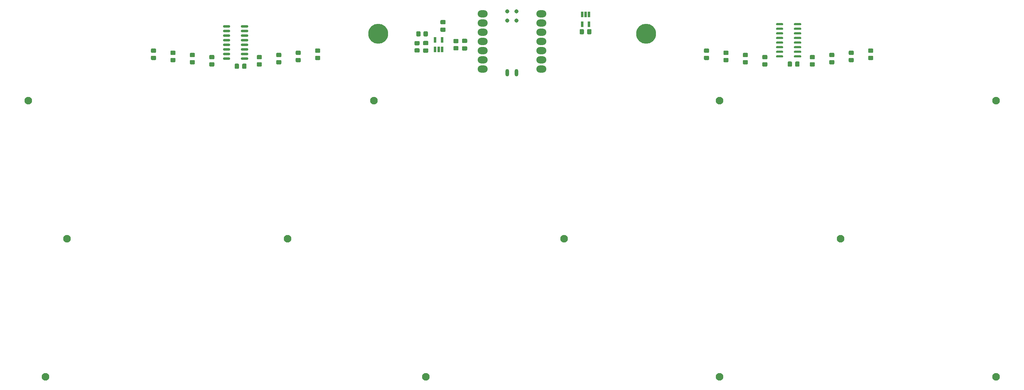
<source format=gbs>
G04 #@! TF.GenerationSoftware,KiCad,Pcbnew,(5.1.8-0-10_14)*
G04 #@! TF.CreationDate,2021-11-24T06:39:14+09:00*
G04 #@! TF.ProjectId,tc69,74633639-2e6b-4696-9361-645f70636258,rev?*
G04 #@! TF.SameCoordinates,Original*
G04 #@! TF.FileFunction,Soldermask,Bot*
G04 #@! TF.FilePolarity,Negative*
%FSLAX46Y46*%
G04 Gerber Fmt 4.6, Leading zero omitted, Abs format (unit mm)*
G04 Created by KiCad (PCBNEW (5.1.8-0-10_14)) date 2021-11-24 06:39:14*
%MOMM*%
%LPD*%
G01*
G04 APERTURE LIST*
%ADD10C,5.500000*%
%ADD11R,0.650000X1.560000*%
%ADD12C,1.143000*%
%ADD13O,1.016000X2.032000*%
%ADD14O,2.748280X1.998980*%
%ADD15C,2.100000*%
G04 APERTURE END LIST*
G36*
G01*
X225073627Y-37384406D02*
X225073627Y-36434406D01*
G75*
G02*
X225323627Y-36184406I250000J0D01*
G01*
X225998627Y-36184406D01*
G75*
G02*
X226248627Y-36434406I0J-250000D01*
G01*
X226248627Y-37384406D01*
G75*
G02*
X225998627Y-37634406I-250000J0D01*
G01*
X225323627Y-37634406D01*
G75*
G02*
X225073627Y-37384406I0J250000D01*
G01*
G37*
G36*
G01*
X222998627Y-37384406D02*
X222998627Y-36434406D01*
G75*
G02*
X223248627Y-36184406I250000J0D01*
G01*
X223923627Y-36184406D01*
G75*
G02*
X224173627Y-36434406I0J-250000D01*
G01*
X224173627Y-37384406D01*
G75*
G02*
X223923627Y-37634406I-250000J0D01*
G01*
X223248627Y-37634406D01*
G75*
G02*
X222998627Y-37384406I0J250000D01*
G01*
G37*
G36*
G01*
X72673499Y-37979719D02*
X72673499Y-37029719D01*
G75*
G02*
X72923499Y-36779719I250000J0D01*
G01*
X73598499Y-36779719D01*
G75*
G02*
X73848499Y-37029719I0J-250000D01*
G01*
X73848499Y-37979719D01*
G75*
G02*
X73598499Y-38229719I-250000J0D01*
G01*
X72923499Y-38229719D01*
G75*
G02*
X72673499Y-37979719I0J250000D01*
G01*
G37*
G36*
G01*
X70598499Y-37979719D02*
X70598499Y-37029719D01*
G75*
G02*
X70848499Y-36779719I250000J0D01*
G01*
X71523499Y-36779719D01*
G75*
G02*
X71773499Y-37029719I0J-250000D01*
G01*
X71773499Y-37979719D01*
G75*
G02*
X71523499Y-38229719I-250000J0D01*
G01*
X70848499Y-38229719D01*
G75*
G02*
X70598499Y-37979719I0J250000D01*
G01*
G37*
G36*
G01*
X127517295Y-26834398D02*
X128467295Y-26834398D01*
G75*
G02*
X128717295Y-27084398I0J-250000D01*
G01*
X128717295Y-27759398D01*
G75*
G02*
X128467295Y-28009398I-250000J0D01*
G01*
X127517295Y-28009398D01*
G75*
G02*
X127267295Y-27759398I0J250000D01*
G01*
X127267295Y-27084398D01*
G75*
G02*
X127517295Y-26834398I250000J0D01*
G01*
G37*
G36*
G01*
X127517295Y-24759398D02*
X128467295Y-24759398D01*
G75*
G02*
X128717295Y-25009398I0J-250000D01*
G01*
X128717295Y-25684398D01*
G75*
G02*
X128467295Y-25934398I-250000J0D01*
G01*
X127517295Y-25934398D01*
G75*
G02*
X127267295Y-25684398I0J250000D01*
G01*
X127267295Y-25009398D01*
G75*
G02*
X127517295Y-24759398I250000J0D01*
G01*
G37*
D10*
X110132905Y-28575024D03*
X183951717Y-28575024D03*
D11*
X127751669Y-32901589D03*
X126801669Y-32901589D03*
X125851669Y-32901589D03*
X125851669Y-30201589D03*
X127751669Y-30201589D03*
G36*
G01*
X121829791Y-28125023D02*
X121829791Y-29025025D01*
G75*
G02*
X121579792Y-29275024I-249999J0D01*
G01*
X120879790Y-29275024D01*
G75*
G02*
X120629791Y-29025025I0J249999D01*
G01*
X120629791Y-28125023D01*
G75*
G02*
X120879790Y-27875024I249999J0D01*
G01*
X121579792Y-27875024D01*
G75*
G02*
X121829791Y-28125023I0J-249999D01*
G01*
G37*
G36*
G01*
X123829791Y-28125023D02*
X123829791Y-29025025D01*
G75*
G02*
X123579792Y-29275024I-249999J0D01*
G01*
X122879790Y-29275024D01*
G75*
G02*
X122629791Y-29025025I0J249999D01*
G01*
X122629791Y-28125023D01*
G75*
G02*
X122879790Y-27875024I249999J0D01*
G01*
X123579792Y-27875024D01*
G75*
G02*
X123829791Y-28125023I0J-249999D01*
G01*
G37*
G36*
G01*
X121298540Y-33746902D02*
X120398538Y-33746902D01*
G75*
G02*
X120148539Y-33496903I0J249999D01*
G01*
X120148539Y-32796901D01*
G75*
G02*
X120398538Y-32546902I249999J0D01*
G01*
X121298540Y-32546902D01*
G75*
G02*
X121548539Y-32796901I0J-249999D01*
G01*
X121548539Y-33496903D01*
G75*
G02*
X121298540Y-33746902I-249999J0D01*
G01*
G37*
G36*
G01*
X121298540Y-31746902D02*
X120398538Y-31746902D01*
G75*
G02*
X120148539Y-31496903I0J249999D01*
G01*
X120148539Y-30796901D01*
G75*
G02*
X120398538Y-30546902I249999J0D01*
G01*
X121298540Y-30546902D01*
G75*
G02*
X121548539Y-30796901I0J-249999D01*
G01*
X121548539Y-31496903D01*
G75*
G02*
X121298540Y-31746902I-249999J0D01*
G01*
G37*
G36*
G01*
X132014174Y-33151589D02*
X131114172Y-33151589D01*
G75*
G02*
X130864173Y-32901590I0J249999D01*
G01*
X130864173Y-32201588D01*
G75*
G02*
X131114172Y-31951589I249999J0D01*
G01*
X132014174Y-31951589D01*
G75*
G02*
X132264173Y-32201588I0J-249999D01*
G01*
X132264173Y-32901590D01*
G75*
G02*
X132014174Y-33151589I-249999J0D01*
G01*
G37*
G36*
G01*
X132014174Y-31151589D02*
X131114172Y-31151589D01*
G75*
G02*
X130864173Y-30901590I0J249999D01*
G01*
X130864173Y-30201588D01*
G75*
G02*
X131114172Y-29951589I249999J0D01*
G01*
X132014174Y-29951589D01*
G75*
G02*
X132264173Y-30201588I0J-249999D01*
G01*
X132264173Y-30901590D01*
G75*
G02*
X132014174Y-31151589I-249999J0D01*
G01*
G37*
G36*
G01*
X123704791Y-33771902D02*
X122754791Y-33771902D01*
G75*
G02*
X122504791Y-33521902I0J250000D01*
G01*
X122504791Y-32846902D01*
G75*
G02*
X122754791Y-32596902I250000J0D01*
G01*
X123704791Y-32596902D01*
G75*
G02*
X123954791Y-32846902I0J-250000D01*
G01*
X123954791Y-33521902D01*
G75*
G02*
X123704791Y-33771902I-250000J0D01*
G01*
G37*
G36*
G01*
X123704791Y-31696902D02*
X122754791Y-31696902D01*
G75*
G02*
X122504791Y-31446902I0J250000D01*
G01*
X122504791Y-30771902D01*
G75*
G02*
X122754791Y-30521902I250000J0D01*
G01*
X123704791Y-30521902D01*
G75*
G02*
X123954791Y-30771902I0J-250000D01*
G01*
X123954791Y-31446902D01*
G75*
G02*
X123704791Y-31696902I-250000J0D01*
G01*
G37*
G36*
G01*
X133470425Y-29926589D02*
X134420425Y-29926589D01*
G75*
G02*
X134670425Y-30176589I0J-250000D01*
G01*
X134670425Y-30851589D01*
G75*
G02*
X134420425Y-31101589I-250000J0D01*
G01*
X133470425Y-31101589D01*
G75*
G02*
X133220425Y-30851589I0J250000D01*
G01*
X133220425Y-30176589D01*
G75*
G02*
X133470425Y-29926589I250000J0D01*
G01*
G37*
G36*
G01*
X133470425Y-32001589D02*
X134420425Y-32001589D01*
G75*
G02*
X134670425Y-32251589I0J-250000D01*
G01*
X134670425Y-32926589D01*
G75*
G02*
X134420425Y-33176589I-250000J0D01*
G01*
X133470425Y-33176589D01*
G75*
G02*
X133220425Y-32926589I0J250000D01*
G01*
X133220425Y-32251589D01*
G75*
G02*
X133470425Y-32001589I250000J0D01*
G01*
G37*
D12*
X145733203Y-24872413D03*
X148273203Y-24872413D03*
X145733203Y-22332413D03*
X148273203Y-22332413D03*
D13*
X145722006Y-39336600D03*
X148272006Y-39336600D03*
D14*
X155138886Y-23018780D03*
X155138886Y-25558780D03*
X155138886Y-28098780D03*
X155138886Y-30638780D03*
X155138886Y-33178780D03*
X155138886Y-35718780D03*
X155138886Y-38258780D03*
X138974326Y-38258780D03*
X138974326Y-35718780D03*
X138974326Y-33178780D03*
X138974326Y-30638780D03*
X138974326Y-28098780D03*
X138974326Y-25558780D03*
X138974326Y-23018780D03*
G36*
G01*
X67392247Y-35551276D02*
X67392247Y-35251276D01*
G75*
G02*
X67542247Y-35101276I150000J0D01*
G01*
X69192247Y-35101276D01*
G75*
G02*
X69342247Y-35251276I0J-150000D01*
G01*
X69342247Y-35551276D01*
G75*
G02*
X69192247Y-35701276I-150000J0D01*
G01*
X67542247Y-35701276D01*
G75*
G02*
X67392247Y-35551276I0J150000D01*
G01*
G37*
G36*
G01*
X67392247Y-34281276D02*
X67392247Y-33981276D01*
G75*
G02*
X67542247Y-33831276I150000J0D01*
G01*
X69192247Y-33831276D01*
G75*
G02*
X69342247Y-33981276I0J-150000D01*
G01*
X69342247Y-34281276D01*
G75*
G02*
X69192247Y-34431276I-150000J0D01*
G01*
X67542247Y-34431276D01*
G75*
G02*
X67392247Y-34281276I0J150000D01*
G01*
G37*
G36*
G01*
X67392247Y-33011276D02*
X67392247Y-32711276D01*
G75*
G02*
X67542247Y-32561276I150000J0D01*
G01*
X69192247Y-32561276D01*
G75*
G02*
X69342247Y-32711276I0J-150000D01*
G01*
X69342247Y-33011276D01*
G75*
G02*
X69192247Y-33161276I-150000J0D01*
G01*
X67542247Y-33161276D01*
G75*
G02*
X67392247Y-33011276I0J150000D01*
G01*
G37*
G36*
G01*
X67392247Y-31741276D02*
X67392247Y-31441276D01*
G75*
G02*
X67542247Y-31291276I150000J0D01*
G01*
X69192247Y-31291276D01*
G75*
G02*
X69342247Y-31441276I0J-150000D01*
G01*
X69342247Y-31741276D01*
G75*
G02*
X69192247Y-31891276I-150000J0D01*
G01*
X67542247Y-31891276D01*
G75*
G02*
X67392247Y-31741276I0J150000D01*
G01*
G37*
G36*
G01*
X67392247Y-30471276D02*
X67392247Y-30171276D01*
G75*
G02*
X67542247Y-30021276I150000J0D01*
G01*
X69192247Y-30021276D01*
G75*
G02*
X69342247Y-30171276I0J-150000D01*
G01*
X69342247Y-30471276D01*
G75*
G02*
X69192247Y-30621276I-150000J0D01*
G01*
X67542247Y-30621276D01*
G75*
G02*
X67392247Y-30471276I0J150000D01*
G01*
G37*
G36*
G01*
X67392247Y-29201276D02*
X67392247Y-28901276D01*
G75*
G02*
X67542247Y-28751276I150000J0D01*
G01*
X69192247Y-28751276D01*
G75*
G02*
X69342247Y-28901276I0J-150000D01*
G01*
X69342247Y-29201276D01*
G75*
G02*
X69192247Y-29351276I-150000J0D01*
G01*
X67542247Y-29351276D01*
G75*
G02*
X67392247Y-29201276I0J150000D01*
G01*
G37*
G36*
G01*
X67392247Y-27931276D02*
X67392247Y-27631276D01*
G75*
G02*
X67542247Y-27481276I150000J0D01*
G01*
X69192247Y-27481276D01*
G75*
G02*
X69342247Y-27631276I0J-150000D01*
G01*
X69342247Y-27931276D01*
G75*
G02*
X69192247Y-28081276I-150000J0D01*
G01*
X67542247Y-28081276D01*
G75*
G02*
X67392247Y-27931276I0J150000D01*
G01*
G37*
G36*
G01*
X67392247Y-26661276D02*
X67392247Y-26361276D01*
G75*
G02*
X67542247Y-26211276I150000J0D01*
G01*
X69192247Y-26211276D01*
G75*
G02*
X69342247Y-26361276I0J-150000D01*
G01*
X69342247Y-26661276D01*
G75*
G02*
X69192247Y-26811276I-150000J0D01*
G01*
X67542247Y-26811276D01*
G75*
G02*
X67392247Y-26661276I0J150000D01*
G01*
G37*
G36*
G01*
X72342247Y-26661276D02*
X72342247Y-26361276D01*
G75*
G02*
X72492247Y-26211276I150000J0D01*
G01*
X74142247Y-26211276D01*
G75*
G02*
X74292247Y-26361276I0J-150000D01*
G01*
X74292247Y-26661276D01*
G75*
G02*
X74142247Y-26811276I-150000J0D01*
G01*
X72492247Y-26811276D01*
G75*
G02*
X72342247Y-26661276I0J150000D01*
G01*
G37*
G36*
G01*
X72342247Y-27931276D02*
X72342247Y-27631276D01*
G75*
G02*
X72492247Y-27481276I150000J0D01*
G01*
X74142247Y-27481276D01*
G75*
G02*
X74292247Y-27631276I0J-150000D01*
G01*
X74292247Y-27931276D01*
G75*
G02*
X74142247Y-28081276I-150000J0D01*
G01*
X72492247Y-28081276D01*
G75*
G02*
X72342247Y-27931276I0J150000D01*
G01*
G37*
G36*
G01*
X72342247Y-29201276D02*
X72342247Y-28901276D01*
G75*
G02*
X72492247Y-28751276I150000J0D01*
G01*
X74142247Y-28751276D01*
G75*
G02*
X74292247Y-28901276I0J-150000D01*
G01*
X74292247Y-29201276D01*
G75*
G02*
X74142247Y-29351276I-150000J0D01*
G01*
X72492247Y-29351276D01*
G75*
G02*
X72342247Y-29201276I0J150000D01*
G01*
G37*
G36*
G01*
X72342247Y-30471276D02*
X72342247Y-30171276D01*
G75*
G02*
X72492247Y-30021276I150000J0D01*
G01*
X74142247Y-30021276D01*
G75*
G02*
X74292247Y-30171276I0J-150000D01*
G01*
X74292247Y-30471276D01*
G75*
G02*
X74142247Y-30621276I-150000J0D01*
G01*
X72492247Y-30621276D01*
G75*
G02*
X72342247Y-30471276I0J150000D01*
G01*
G37*
G36*
G01*
X72342247Y-31741276D02*
X72342247Y-31441276D01*
G75*
G02*
X72492247Y-31291276I150000J0D01*
G01*
X74142247Y-31291276D01*
G75*
G02*
X74292247Y-31441276I0J-150000D01*
G01*
X74292247Y-31741276D01*
G75*
G02*
X74142247Y-31891276I-150000J0D01*
G01*
X72492247Y-31891276D01*
G75*
G02*
X72342247Y-31741276I0J150000D01*
G01*
G37*
G36*
G01*
X72342247Y-33011276D02*
X72342247Y-32711276D01*
G75*
G02*
X72492247Y-32561276I150000J0D01*
G01*
X74142247Y-32561276D01*
G75*
G02*
X74292247Y-32711276I0J-150000D01*
G01*
X74292247Y-33011276D01*
G75*
G02*
X74142247Y-33161276I-150000J0D01*
G01*
X72492247Y-33161276D01*
G75*
G02*
X72342247Y-33011276I0J150000D01*
G01*
G37*
G36*
G01*
X72342247Y-34281276D02*
X72342247Y-33981276D01*
G75*
G02*
X72492247Y-33831276I150000J0D01*
G01*
X74142247Y-33831276D01*
G75*
G02*
X74292247Y-33981276I0J-150000D01*
G01*
X74292247Y-34281276D01*
G75*
G02*
X74142247Y-34431276I-150000J0D01*
G01*
X72492247Y-34431276D01*
G75*
G02*
X72342247Y-34281276I0J150000D01*
G01*
G37*
G36*
G01*
X72342247Y-35551276D02*
X72342247Y-35251276D01*
G75*
G02*
X72492247Y-35101276I150000J0D01*
G01*
X74142247Y-35101276D01*
G75*
G02*
X74292247Y-35251276I0J-150000D01*
G01*
X74292247Y-35551276D01*
G75*
G02*
X74142247Y-35701276I-150000J0D01*
G01*
X72492247Y-35701276D01*
G75*
G02*
X72342247Y-35551276I0J150000D01*
G01*
G37*
D15*
X18454703Y-123229791D03*
X123229791Y-123229791D03*
X204192359Y-123229791D03*
X280392423Y-123229791D03*
X237529887Y-85129759D03*
X161329823Y-85129759D03*
X85129759Y-85129759D03*
X24407833Y-85129759D03*
X280392423Y-47029727D03*
X204192359Y-47029727D03*
X108942279Y-47029727D03*
X13692199Y-47029727D03*
G36*
G01*
X245414268Y-34610967D02*
X246314270Y-34610967D01*
G75*
G02*
X246564269Y-34860966I0J-249999D01*
G01*
X246564269Y-35560968D01*
G75*
G02*
X246314270Y-35810967I-249999J0D01*
G01*
X245414268Y-35810967D01*
G75*
G02*
X245164269Y-35560968I0J249999D01*
G01*
X245164269Y-34860966D01*
G75*
G02*
X245414268Y-34610967I249999J0D01*
G01*
G37*
G36*
G01*
X245414268Y-32610967D02*
X246314270Y-32610967D01*
G75*
G02*
X246564269Y-32860966I0J-249999D01*
G01*
X246564269Y-33560968D01*
G75*
G02*
X246314270Y-33810967I-249999J0D01*
G01*
X245414268Y-33810967D01*
G75*
G02*
X245164269Y-33560968I0J249999D01*
G01*
X245164269Y-32860966D01*
G75*
G02*
X245414268Y-32610967I249999J0D01*
G01*
G37*
G36*
G01*
X240056451Y-35206280D02*
X240956453Y-35206280D01*
G75*
G02*
X241206452Y-35456279I0J-249999D01*
G01*
X241206452Y-36156281D01*
G75*
G02*
X240956453Y-36406280I-249999J0D01*
G01*
X240056451Y-36406280D01*
G75*
G02*
X239806452Y-36156281I0J249999D01*
G01*
X239806452Y-35456279D01*
G75*
G02*
X240056451Y-35206280I249999J0D01*
G01*
G37*
G36*
G01*
X240056451Y-33206280D02*
X240956453Y-33206280D01*
G75*
G02*
X241206452Y-33456279I0J-249999D01*
G01*
X241206452Y-34156281D01*
G75*
G02*
X240956453Y-34406280I-249999J0D01*
G01*
X240056451Y-34406280D01*
G75*
G02*
X239806452Y-34156281I0J249999D01*
G01*
X239806452Y-33456279D01*
G75*
G02*
X240056451Y-33206280I249999J0D01*
G01*
G37*
G36*
G01*
X234698634Y-35801593D02*
X235598636Y-35801593D01*
G75*
G02*
X235848635Y-36051592I0J-249999D01*
G01*
X235848635Y-36751594D01*
G75*
G02*
X235598636Y-37001593I-249999J0D01*
G01*
X234698634Y-37001593D01*
G75*
G02*
X234448635Y-36751594I0J249999D01*
G01*
X234448635Y-36051592D01*
G75*
G02*
X234698634Y-35801593I249999J0D01*
G01*
G37*
G36*
G01*
X234698634Y-33801593D02*
X235598636Y-33801593D01*
G75*
G02*
X235848635Y-34051592I0J-249999D01*
G01*
X235848635Y-34751594D01*
G75*
G02*
X235598636Y-35001593I-249999J0D01*
G01*
X234698634Y-35001593D01*
G75*
G02*
X234448635Y-34751594I0J249999D01*
G01*
X234448635Y-34051592D01*
G75*
G02*
X234698634Y-33801593I249999J0D01*
G01*
G37*
G36*
G01*
X229340817Y-36396906D02*
X230240819Y-36396906D01*
G75*
G02*
X230490818Y-36646905I0J-249999D01*
G01*
X230490818Y-37346907D01*
G75*
G02*
X230240819Y-37596906I-249999J0D01*
G01*
X229340817Y-37596906D01*
G75*
G02*
X229090818Y-37346907I0J249999D01*
G01*
X229090818Y-36646905D01*
G75*
G02*
X229340817Y-36396906I249999J0D01*
G01*
G37*
G36*
G01*
X229340817Y-34396906D02*
X230240819Y-34396906D01*
G75*
G02*
X230490818Y-34646905I0J-249999D01*
G01*
X230490818Y-35346907D01*
G75*
G02*
X230240819Y-35596906I-249999J0D01*
G01*
X229340817Y-35596906D01*
G75*
G02*
X229090818Y-35346907I0J249999D01*
G01*
X229090818Y-34646905D01*
G75*
G02*
X229340817Y-34396906I249999J0D01*
G01*
G37*
G36*
G01*
X216243931Y-36396906D02*
X217143933Y-36396906D01*
G75*
G02*
X217393932Y-36646905I0J-249999D01*
G01*
X217393932Y-37346907D01*
G75*
G02*
X217143933Y-37596906I-249999J0D01*
G01*
X216243931Y-37596906D01*
G75*
G02*
X215993932Y-37346907I0J249999D01*
G01*
X215993932Y-36646905D01*
G75*
G02*
X216243931Y-36396906I249999J0D01*
G01*
G37*
G36*
G01*
X216243931Y-34396906D02*
X217143933Y-34396906D01*
G75*
G02*
X217393932Y-34646905I0J-249999D01*
G01*
X217393932Y-35346907D01*
G75*
G02*
X217143933Y-35596906I-249999J0D01*
G01*
X216243931Y-35596906D01*
G75*
G02*
X215993932Y-35346907I0J249999D01*
G01*
X215993932Y-34646905D01*
G75*
G02*
X216243931Y-34396906I249999J0D01*
G01*
G37*
G36*
G01*
X210886114Y-35801593D02*
X211786116Y-35801593D01*
G75*
G02*
X212036115Y-36051592I0J-249999D01*
G01*
X212036115Y-36751594D01*
G75*
G02*
X211786116Y-37001593I-249999J0D01*
G01*
X210886114Y-37001593D01*
G75*
G02*
X210636115Y-36751594I0J249999D01*
G01*
X210636115Y-36051592D01*
G75*
G02*
X210886114Y-35801593I249999J0D01*
G01*
G37*
G36*
G01*
X210886114Y-33801593D02*
X211786116Y-33801593D01*
G75*
G02*
X212036115Y-34051592I0J-249999D01*
G01*
X212036115Y-34751594D01*
G75*
G02*
X211786116Y-35001593I-249999J0D01*
G01*
X210886114Y-35001593D01*
G75*
G02*
X210636115Y-34751594I0J249999D01*
G01*
X210636115Y-34051592D01*
G75*
G02*
X210886114Y-33801593I249999J0D01*
G01*
G37*
G36*
G01*
X205528297Y-35206280D02*
X206428299Y-35206280D01*
G75*
G02*
X206678298Y-35456279I0J-249999D01*
G01*
X206678298Y-36156281D01*
G75*
G02*
X206428299Y-36406280I-249999J0D01*
G01*
X205528297Y-36406280D01*
G75*
G02*
X205278298Y-36156281I0J249999D01*
G01*
X205278298Y-35456279D01*
G75*
G02*
X205528297Y-35206280I249999J0D01*
G01*
G37*
G36*
G01*
X205528297Y-33206280D02*
X206428299Y-33206280D01*
G75*
G02*
X206678298Y-33456279I0J-249999D01*
G01*
X206678298Y-34156281D01*
G75*
G02*
X206428299Y-34406280I-249999J0D01*
G01*
X205528297Y-34406280D01*
G75*
G02*
X205278298Y-34156281I0J249999D01*
G01*
X205278298Y-33456279D01*
G75*
G02*
X205528297Y-33206280I249999J0D01*
G01*
G37*
G36*
G01*
X200170480Y-34610967D02*
X201070482Y-34610967D01*
G75*
G02*
X201320481Y-34860966I0J-249999D01*
G01*
X201320481Y-35560968D01*
G75*
G02*
X201070482Y-35810967I-249999J0D01*
G01*
X200170480Y-35810967D01*
G75*
G02*
X199920481Y-35560968I0J249999D01*
G01*
X199920481Y-34860966D01*
G75*
G02*
X200170480Y-34610967I249999J0D01*
G01*
G37*
G36*
G01*
X200170480Y-32610967D02*
X201070482Y-32610967D01*
G75*
G02*
X201320481Y-32860966I0J-249999D01*
G01*
X201320481Y-33560968D01*
G75*
G02*
X201070482Y-33810967I-249999J0D01*
G01*
X200170480Y-33810967D01*
G75*
G02*
X199920481Y-33560968I0J249999D01*
G01*
X199920481Y-32860966D01*
G75*
G02*
X200170480Y-32610967I249999J0D01*
G01*
G37*
G36*
G01*
X93014140Y-34610967D02*
X93914142Y-34610967D01*
G75*
G02*
X94164141Y-34860966I0J-249999D01*
G01*
X94164141Y-35560968D01*
G75*
G02*
X93914142Y-35810967I-249999J0D01*
G01*
X93014140Y-35810967D01*
G75*
G02*
X92764141Y-35560968I0J249999D01*
G01*
X92764141Y-34860966D01*
G75*
G02*
X93014140Y-34610967I249999J0D01*
G01*
G37*
G36*
G01*
X93014140Y-32610967D02*
X93914142Y-32610967D01*
G75*
G02*
X94164141Y-32860966I0J-249999D01*
G01*
X94164141Y-33560968D01*
G75*
G02*
X93914142Y-33810967I-249999J0D01*
G01*
X93014140Y-33810967D01*
G75*
G02*
X92764141Y-33560968I0J249999D01*
G01*
X92764141Y-32860966D01*
G75*
G02*
X93014140Y-32610967I249999J0D01*
G01*
G37*
G36*
G01*
X87656323Y-35206280D02*
X88556325Y-35206280D01*
G75*
G02*
X88806324Y-35456279I0J-249999D01*
G01*
X88806324Y-36156281D01*
G75*
G02*
X88556325Y-36406280I-249999J0D01*
G01*
X87656323Y-36406280D01*
G75*
G02*
X87406324Y-36156281I0J249999D01*
G01*
X87406324Y-35456279D01*
G75*
G02*
X87656323Y-35206280I249999J0D01*
G01*
G37*
G36*
G01*
X87656323Y-33206280D02*
X88556325Y-33206280D01*
G75*
G02*
X88806324Y-33456279I0J-249999D01*
G01*
X88806324Y-34156281D01*
G75*
G02*
X88556325Y-34406280I-249999J0D01*
G01*
X87656323Y-34406280D01*
G75*
G02*
X87406324Y-34156281I0J249999D01*
G01*
X87406324Y-33456279D01*
G75*
G02*
X87656323Y-33206280I249999J0D01*
G01*
G37*
G36*
G01*
X82298506Y-35801593D02*
X83198508Y-35801593D01*
G75*
G02*
X83448507Y-36051592I0J-249999D01*
G01*
X83448507Y-36751594D01*
G75*
G02*
X83198508Y-37001593I-249999J0D01*
G01*
X82298506Y-37001593D01*
G75*
G02*
X82048507Y-36751594I0J249999D01*
G01*
X82048507Y-36051592D01*
G75*
G02*
X82298506Y-35801593I249999J0D01*
G01*
G37*
G36*
G01*
X82298506Y-33801593D02*
X83198508Y-33801593D01*
G75*
G02*
X83448507Y-34051592I0J-249999D01*
G01*
X83448507Y-34751594D01*
G75*
G02*
X83198508Y-35001593I-249999J0D01*
G01*
X82298506Y-35001593D01*
G75*
G02*
X82048507Y-34751594I0J249999D01*
G01*
X82048507Y-34051592D01*
G75*
G02*
X82298506Y-33801593I249999J0D01*
G01*
G37*
G36*
G01*
X76940689Y-36396906D02*
X77840691Y-36396906D01*
G75*
G02*
X78090690Y-36646905I0J-249999D01*
G01*
X78090690Y-37346907D01*
G75*
G02*
X77840691Y-37596906I-249999J0D01*
G01*
X76940689Y-37596906D01*
G75*
G02*
X76690690Y-37346907I0J249999D01*
G01*
X76690690Y-36646905D01*
G75*
G02*
X76940689Y-36396906I249999J0D01*
G01*
G37*
G36*
G01*
X76940689Y-34396906D02*
X77840691Y-34396906D01*
G75*
G02*
X78090690Y-34646905I0J-249999D01*
G01*
X78090690Y-35346907D01*
G75*
G02*
X77840691Y-35596906I-249999J0D01*
G01*
X76940689Y-35596906D01*
G75*
G02*
X76690690Y-35346907I0J249999D01*
G01*
X76690690Y-34646905D01*
G75*
G02*
X76940689Y-34396906I249999J0D01*
G01*
G37*
G36*
G01*
X63843803Y-36396906D02*
X64743805Y-36396906D01*
G75*
G02*
X64993804Y-36646905I0J-249999D01*
G01*
X64993804Y-37346907D01*
G75*
G02*
X64743805Y-37596906I-249999J0D01*
G01*
X63843803Y-37596906D01*
G75*
G02*
X63593804Y-37346907I0J249999D01*
G01*
X63593804Y-36646905D01*
G75*
G02*
X63843803Y-36396906I249999J0D01*
G01*
G37*
G36*
G01*
X63843803Y-34396906D02*
X64743805Y-34396906D01*
G75*
G02*
X64993804Y-34646905I0J-249999D01*
G01*
X64993804Y-35346907D01*
G75*
G02*
X64743805Y-35596906I-249999J0D01*
G01*
X63843803Y-35596906D01*
G75*
G02*
X63593804Y-35346907I0J249999D01*
G01*
X63593804Y-34646905D01*
G75*
G02*
X63843803Y-34396906I249999J0D01*
G01*
G37*
G36*
G01*
X58485986Y-35801593D02*
X59385988Y-35801593D01*
G75*
G02*
X59635987Y-36051592I0J-249999D01*
G01*
X59635987Y-36751594D01*
G75*
G02*
X59385988Y-37001593I-249999J0D01*
G01*
X58485986Y-37001593D01*
G75*
G02*
X58235987Y-36751594I0J249999D01*
G01*
X58235987Y-36051592D01*
G75*
G02*
X58485986Y-35801593I249999J0D01*
G01*
G37*
G36*
G01*
X58485986Y-33801593D02*
X59385988Y-33801593D01*
G75*
G02*
X59635987Y-34051592I0J-249999D01*
G01*
X59635987Y-34751594D01*
G75*
G02*
X59385988Y-35001593I-249999J0D01*
G01*
X58485986Y-35001593D01*
G75*
G02*
X58235987Y-34751594I0J249999D01*
G01*
X58235987Y-34051592D01*
G75*
G02*
X58485986Y-33801593I249999J0D01*
G01*
G37*
G36*
G01*
X53128169Y-35206280D02*
X54028171Y-35206280D01*
G75*
G02*
X54278170Y-35456279I0J-249999D01*
G01*
X54278170Y-36156281D01*
G75*
G02*
X54028171Y-36406280I-249999J0D01*
G01*
X53128169Y-36406280D01*
G75*
G02*
X52878170Y-36156281I0J249999D01*
G01*
X52878170Y-35456279D01*
G75*
G02*
X53128169Y-35206280I249999J0D01*
G01*
G37*
G36*
G01*
X53128169Y-33206280D02*
X54028171Y-33206280D01*
G75*
G02*
X54278170Y-33456279I0J-249999D01*
G01*
X54278170Y-34156281D01*
G75*
G02*
X54028171Y-34406280I-249999J0D01*
G01*
X53128169Y-34406280D01*
G75*
G02*
X52878170Y-34156281I0J249999D01*
G01*
X52878170Y-33456279D01*
G75*
G02*
X53128169Y-33206280I249999J0D01*
G01*
G37*
G36*
G01*
X47770352Y-34610967D02*
X48670354Y-34610967D01*
G75*
G02*
X48920353Y-34860966I0J-249999D01*
G01*
X48920353Y-35560968D01*
G75*
G02*
X48670354Y-35810967I-249999J0D01*
G01*
X47770352Y-35810967D01*
G75*
G02*
X47520353Y-35560968I0J249999D01*
G01*
X47520353Y-34860966D01*
G75*
G02*
X47770352Y-34610967I249999J0D01*
G01*
G37*
G36*
G01*
X47770352Y-32610967D02*
X48670354Y-32610967D01*
G75*
G02*
X48920353Y-32860966I0J-249999D01*
G01*
X48920353Y-33560968D01*
G75*
G02*
X48670354Y-33810967I-249999J0D01*
G01*
X47770352Y-33810967D01*
G75*
G02*
X47520353Y-33560968I0J249999D01*
G01*
X47520353Y-32860966D01*
G75*
G02*
X47770352Y-32610967I249999J0D01*
G01*
G37*
G36*
G01*
X166832953Y-27504711D02*
X166832953Y-28454711D01*
G75*
G02*
X166582953Y-28704711I-250000J0D01*
G01*
X165907953Y-28704711D01*
G75*
G02*
X165657953Y-28454711I0J250000D01*
G01*
X165657953Y-27504711D01*
G75*
G02*
X165907953Y-27254711I250000J0D01*
G01*
X166582953Y-27254711D01*
G75*
G02*
X166832953Y-27504711I0J-250000D01*
G01*
G37*
G36*
G01*
X168907953Y-27504711D02*
X168907953Y-28454711D01*
G75*
G02*
X168657953Y-28704711I-250000J0D01*
G01*
X167982953Y-28704711D01*
G75*
G02*
X167732953Y-28454711I0J250000D01*
G01*
X167732953Y-27504711D01*
G75*
G02*
X167982953Y-27254711I250000J0D01*
G01*
X168657953Y-27254711D01*
G75*
G02*
X168907953Y-27504711I0J-250000D01*
G01*
G37*
G36*
G01*
X224742375Y-34955963D02*
X224742375Y-34655963D01*
G75*
G02*
X224892375Y-34505963I150000J0D01*
G01*
X226542375Y-34505963D01*
G75*
G02*
X226692375Y-34655963I0J-150000D01*
G01*
X226692375Y-34955963D01*
G75*
G02*
X226542375Y-35105963I-150000J0D01*
G01*
X224892375Y-35105963D01*
G75*
G02*
X224742375Y-34955963I0J150000D01*
G01*
G37*
G36*
G01*
X224742375Y-33685963D02*
X224742375Y-33385963D01*
G75*
G02*
X224892375Y-33235963I150000J0D01*
G01*
X226542375Y-33235963D01*
G75*
G02*
X226692375Y-33385963I0J-150000D01*
G01*
X226692375Y-33685963D01*
G75*
G02*
X226542375Y-33835963I-150000J0D01*
G01*
X224892375Y-33835963D01*
G75*
G02*
X224742375Y-33685963I0J150000D01*
G01*
G37*
G36*
G01*
X224742375Y-32415963D02*
X224742375Y-32115963D01*
G75*
G02*
X224892375Y-31965963I150000J0D01*
G01*
X226542375Y-31965963D01*
G75*
G02*
X226692375Y-32115963I0J-150000D01*
G01*
X226692375Y-32415963D01*
G75*
G02*
X226542375Y-32565963I-150000J0D01*
G01*
X224892375Y-32565963D01*
G75*
G02*
X224742375Y-32415963I0J150000D01*
G01*
G37*
G36*
G01*
X224742375Y-31145963D02*
X224742375Y-30845963D01*
G75*
G02*
X224892375Y-30695963I150000J0D01*
G01*
X226542375Y-30695963D01*
G75*
G02*
X226692375Y-30845963I0J-150000D01*
G01*
X226692375Y-31145963D01*
G75*
G02*
X226542375Y-31295963I-150000J0D01*
G01*
X224892375Y-31295963D01*
G75*
G02*
X224742375Y-31145963I0J150000D01*
G01*
G37*
G36*
G01*
X224742375Y-29875963D02*
X224742375Y-29575963D01*
G75*
G02*
X224892375Y-29425963I150000J0D01*
G01*
X226542375Y-29425963D01*
G75*
G02*
X226692375Y-29575963I0J-150000D01*
G01*
X226692375Y-29875963D01*
G75*
G02*
X226542375Y-30025963I-150000J0D01*
G01*
X224892375Y-30025963D01*
G75*
G02*
X224742375Y-29875963I0J150000D01*
G01*
G37*
G36*
G01*
X224742375Y-28605963D02*
X224742375Y-28305963D01*
G75*
G02*
X224892375Y-28155963I150000J0D01*
G01*
X226542375Y-28155963D01*
G75*
G02*
X226692375Y-28305963I0J-150000D01*
G01*
X226692375Y-28605963D01*
G75*
G02*
X226542375Y-28755963I-150000J0D01*
G01*
X224892375Y-28755963D01*
G75*
G02*
X224742375Y-28605963I0J150000D01*
G01*
G37*
G36*
G01*
X224742375Y-27335963D02*
X224742375Y-27035963D01*
G75*
G02*
X224892375Y-26885963I150000J0D01*
G01*
X226542375Y-26885963D01*
G75*
G02*
X226692375Y-27035963I0J-150000D01*
G01*
X226692375Y-27335963D01*
G75*
G02*
X226542375Y-27485963I-150000J0D01*
G01*
X224892375Y-27485963D01*
G75*
G02*
X224742375Y-27335963I0J150000D01*
G01*
G37*
G36*
G01*
X224742375Y-26065963D02*
X224742375Y-25765963D01*
G75*
G02*
X224892375Y-25615963I150000J0D01*
G01*
X226542375Y-25615963D01*
G75*
G02*
X226692375Y-25765963I0J-150000D01*
G01*
X226692375Y-26065963D01*
G75*
G02*
X226542375Y-26215963I-150000J0D01*
G01*
X224892375Y-26215963D01*
G75*
G02*
X224742375Y-26065963I0J150000D01*
G01*
G37*
G36*
G01*
X219792375Y-26065963D02*
X219792375Y-25765963D01*
G75*
G02*
X219942375Y-25615963I150000J0D01*
G01*
X221592375Y-25615963D01*
G75*
G02*
X221742375Y-25765963I0J-150000D01*
G01*
X221742375Y-26065963D01*
G75*
G02*
X221592375Y-26215963I-150000J0D01*
G01*
X219942375Y-26215963D01*
G75*
G02*
X219792375Y-26065963I0J150000D01*
G01*
G37*
G36*
G01*
X219792375Y-27335963D02*
X219792375Y-27035963D01*
G75*
G02*
X219942375Y-26885963I150000J0D01*
G01*
X221592375Y-26885963D01*
G75*
G02*
X221742375Y-27035963I0J-150000D01*
G01*
X221742375Y-27335963D01*
G75*
G02*
X221592375Y-27485963I-150000J0D01*
G01*
X219942375Y-27485963D01*
G75*
G02*
X219792375Y-27335963I0J150000D01*
G01*
G37*
G36*
G01*
X219792375Y-28605963D02*
X219792375Y-28305963D01*
G75*
G02*
X219942375Y-28155963I150000J0D01*
G01*
X221592375Y-28155963D01*
G75*
G02*
X221742375Y-28305963I0J-150000D01*
G01*
X221742375Y-28605963D01*
G75*
G02*
X221592375Y-28755963I-150000J0D01*
G01*
X219942375Y-28755963D01*
G75*
G02*
X219792375Y-28605963I0J150000D01*
G01*
G37*
G36*
G01*
X219792375Y-29875963D02*
X219792375Y-29575963D01*
G75*
G02*
X219942375Y-29425963I150000J0D01*
G01*
X221592375Y-29425963D01*
G75*
G02*
X221742375Y-29575963I0J-150000D01*
G01*
X221742375Y-29875963D01*
G75*
G02*
X221592375Y-30025963I-150000J0D01*
G01*
X219942375Y-30025963D01*
G75*
G02*
X219792375Y-29875963I0J150000D01*
G01*
G37*
G36*
G01*
X219792375Y-31145963D02*
X219792375Y-30845963D01*
G75*
G02*
X219942375Y-30695963I150000J0D01*
G01*
X221592375Y-30695963D01*
G75*
G02*
X221742375Y-30845963I0J-150000D01*
G01*
X221742375Y-31145963D01*
G75*
G02*
X221592375Y-31295963I-150000J0D01*
G01*
X219942375Y-31295963D01*
G75*
G02*
X219792375Y-31145963I0J150000D01*
G01*
G37*
G36*
G01*
X219792375Y-32415963D02*
X219792375Y-32115963D01*
G75*
G02*
X219942375Y-31965963I150000J0D01*
G01*
X221592375Y-31965963D01*
G75*
G02*
X221742375Y-32115963I0J-150000D01*
G01*
X221742375Y-32415963D01*
G75*
G02*
X221592375Y-32565963I-150000J0D01*
G01*
X219942375Y-32565963D01*
G75*
G02*
X219792375Y-32415963I0J150000D01*
G01*
G37*
G36*
G01*
X219792375Y-33685963D02*
X219792375Y-33385963D01*
G75*
G02*
X219942375Y-33235963I150000J0D01*
G01*
X221592375Y-33235963D01*
G75*
G02*
X221742375Y-33385963I0J-150000D01*
G01*
X221742375Y-33685963D01*
G75*
G02*
X221592375Y-33835963I-150000J0D01*
G01*
X219942375Y-33835963D01*
G75*
G02*
X219792375Y-33685963I0J150000D01*
G01*
G37*
G36*
G01*
X219792375Y-34955963D02*
X219792375Y-34655963D01*
G75*
G02*
X219942375Y-34505963I150000J0D01*
G01*
X221592375Y-34505963D01*
G75*
G02*
X221742375Y-34655963I0J-150000D01*
G01*
X221742375Y-34955963D01*
G75*
G02*
X221592375Y-35105963I-150000J0D01*
G01*
X219942375Y-35105963D01*
G75*
G02*
X219792375Y-34955963I0J150000D01*
G01*
G37*
D11*
X166332953Y-23217207D03*
X167282953Y-23217207D03*
X168232953Y-23217207D03*
X168232953Y-25917207D03*
X166332953Y-25917207D03*
M02*

</source>
